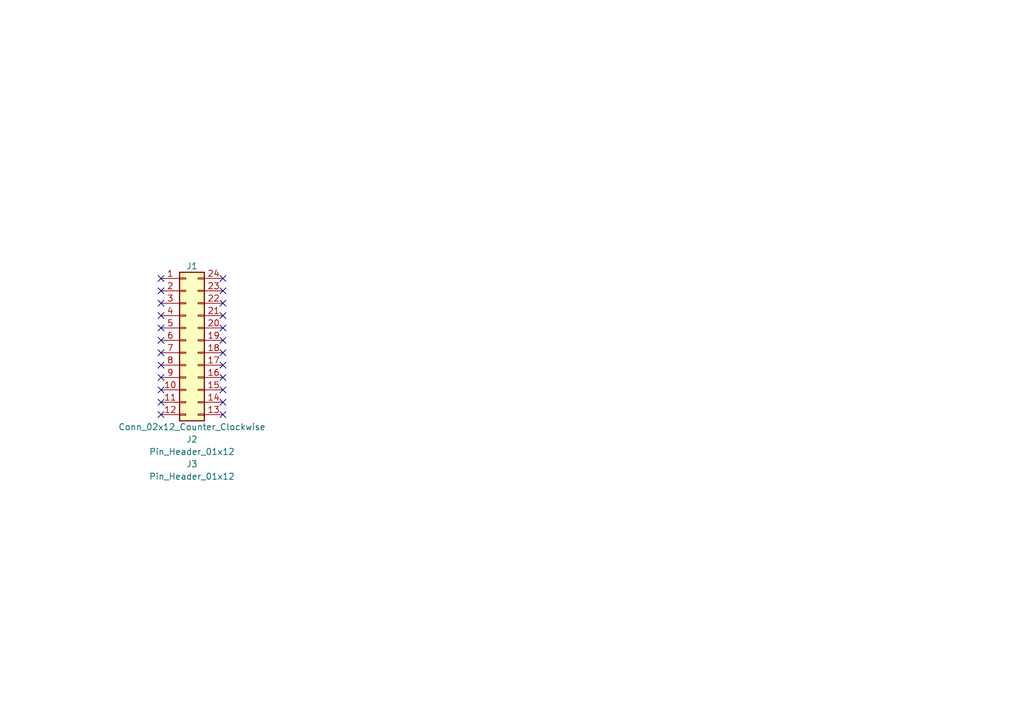
<source format=kicad_sch>
(kicad_sch (version 20250114) (generator "eeschema") (generator_version "9.0")
  (paper "A5")
  (title_block (title "Board 2x12 W15.24mm") (date "2025-09-29") (rev "V0"))
  (lib_symbols
    (symbol "Connector_Generic:Conn_02x12_Counter_Clockwise" (pin_names (offset 1.016) (hide yes))
      (property "Reference" "J" (at 1.27 15.24 0))
      (property "Value" "Conn_02x12_Counter_Clockwise" (at 1.27 -17.78 0))
      (symbol "Conn_02x12_Counter_Clockwise_1_1"
        (rectangle (start -1.27 13.97) (end 3.81 -16.51) (stroke (width 0.254)) (fill (type background)))
        (rectangle (start -1.27 12.827) (end 0 12.573) (stroke (width 0.1524)))
        (rectangle (start -1.27 10.287) (end 0 10.033) (stroke (width 0.1524)))
        (rectangle (start -1.27 7.747) (end 0 7.493) (stroke (width 0.1524)))
        (rectangle (start -1.27 5.207) (end 0 4.953) (stroke (width 0.1524)))
        (rectangle (start -1.27 2.667) (end 0 2.413) (stroke (width 0.1524)))
        (rectangle (start -1.27 0.127) (end 0 -0.127) (stroke (width 0.1524)))
        (rectangle (start -1.27 -2.413) (end 0 -2.667) (stroke (width 0.1524)))
        (rectangle (start -1.27 -4.953) (end 0 -5.207) (stroke (width 0.1524)))
        (rectangle (start -1.27 -7.493) (end 0 -7.747) (stroke (width 0.1524)))
        (rectangle (start -1.27 -10.033) (end 0 -10.287) (stroke (width 0.1524)))
        (rectangle (start -1.27 -12.573) (end 0 -12.827) (stroke (width 0.1524)))
        (rectangle (start -1.27 -15.113) (end 0 -15.367) (stroke (width 0.1524)))
        (rectangle (start 3.81 12.827) (end 2.54 12.573) (stroke (width 0.1524)))
        (rectangle (start 3.81 10.287) (end 2.54 10.033) (stroke (width 0.1524)))
        (rectangle (start 3.81 7.747) (end 2.54 7.493) (stroke (width 0.1524)))
        (rectangle (start 3.81 5.207) (end 2.54 4.953) (stroke (width 0.1524)))
        (rectangle (start 3.81 2.667) (end 2.54 2.413) (stroke (width 0.1524)))
        (rectangle (start 3.81 0.127) (end 2.54 -0.127) (stroke (width 0.1524)))
        (rectangle (start 3.81 -2.413) (end 2.54 -2.667) (stroke (width 0.1524)))
        (rectangle (start 3.81 -4.953) (end 2.54 -5.207) (stroke (width 0.1524)))
        (rectangle (start 3.81 -7.493) (end 2.54 -7.747) (stroke (width 0.1524)))
        (rectangle (start 3.81 -10.033) (end 2.54 -10.287) (stroke (width 0.1524)))
        (rectangle (start 3.81 -12.573) (end 2.54 -12.827) (stroke (width 0.1524)))
        (rectangle (start 3.81 -15.113) (end 2.54 -15.367) (stroke (width 0.1524)))
        (pin passive line (at -5.08 12.7 0) (length 3.81) (name "Pin_1") (number "1"))
        (pin passive line (at -5.08 10.16 0) (length 3.81) (name "Pin_2") (number "2"))
        (pin passive line (at -5.08 7.62 0) (length 3.81) (name "Pin_3") (number "3"))
        (pin passive line (at -5.08 5.08 0) (length 3.81) (name "Pin_4") (number "4"))
        (pin passive line (at -5.08 2.54 0) (length 3.81) (name "Pin_5") (number "5"))
        (pin passive line (at -5.08 0 0) (length 3.81) (name "Pin_6") (number "6"))
        (pin passive line (at -5.08 -2.54 0) (length 3.81) (name "Pin_7") (number "7"))
        (pin passive line (at -5.08 -5.08 0) (length 3.81) (name "Pin_8") (number "8"))
        (pin passive line (at -5.08 -7.62 0) (length 3.81) (name "Pin_9") (number "9"))
        (pin passive line (at -5.08 -10.16 0) (length 3.81) (name "Pin_10") (number "10"))
        (pin passive line (at -5.08 -12.7 0) (length 3.81) (name "Pin_11") (number "11"))
        (pin passive line (at -5.08 -15.24 0) (length 3.81) (name "Pin_12") (number "12"))
        (pin passive line (at 7.62 12.7 180) (length 3.81) (name "Pin_24") (number "24"))
        (pin passive line (at 7.62 10.16 180) (length 3.81) (name "Pin_23") (number "23"))
        (pin passive line (at 7.62 7.62 180) (length 3.81) (name "Pin_22") (number "22"))
        (pin passive line (at 7.62 5.08 180) (length 3.81) (name "Pin_21") (number "21"))
        (pin passive line (at 7.62 2.54 180) (length 3.81) (name "Pin_20") (number "20"))
        (pin passive line (at 7.62 0 180) (length 3.81) (name "Pin_19") (number "19"))
        (pin passive line (at 7.62 -2.54 180) (length 3.81) (name "Pin_18") (number "18"))
        (pin passive line (at 7.62 -5.08 180) (length 3.81) (name "Pin_17") (number "17"))
        (pin passive line (at 7.62 -7.62 180) (length 3.81) (name "Pin_16") (number "16"))
        (pin passive line (at 7.62 -10.16 180) (length 3.81) (name "Pin_15") (number "15"))
        (pin passive line (at 7.62 -12.7 180) (length 3.81) (name "Pin_14") (number "14"))
        (pin passive line (at 7.62 -15.24 180) (length 3.81) (name "Pin_13") (number "13"))
      )
    )
    (symbol "HCP65:Pin_Header_01x16" (pin_names (offset 1.016) (hide yes))
      (property "Reference" "J" (at 0 1.27 0))
      (property "Value" "Pin_Header_01x16" (at 0 -1.27 0))
    )
  )
  (no_connect (at 45.72 72.39))
  (no_connect (at 33.02 82.55))
  (no_connect (at 45.72 57.15))
  (no_connect (at 33.02 64.77))
  (no_connect (at 33.02 72.39))
  (no_connect (at 33.02 74.93))
  (no_connect (at 33.02 62.23))
  (no_connect (at 45.72 74.93))
  (no_connect (at 33.02 80.01))
  (no_connect (at 33.02 67.31))
  (no_connect (at 45.72 69.85))
  (no_connect (at 45.72 62.23))
  (no_connect (at 33.02 57.15))
  (no_connect (at 45.72 80.01))
  (no_connect (at 33.02 77.47))
  (no_connect (at 45.72 82.55))
  (no_connect (at 33.02 85.09))
  (no_connect (at 33.02 69.85))
  (no_connect (at 45.72 67.31))
  (no_connect (at 45.72 85.09))
  (no_connect (at 33.02 59.69))
  (no_connect (at 45.72 77.47))
  (no_connect (at 45.72 64.77))
  (no_connect (at 45.72 59.69))
  (symbol (lib_id "HCP65:Pin_Header_01x16") (at 39.37 91.44 0) (mirror y) (unit 1)
    (property "Reference" "J2" (at 39.37 90.17 0))
    (property "Value" "Pin_Header_01x12" (at 39.37 92.71 0))
    (property "Footprint" "SamacSys_Parts:PinHeader_1x12_P2.54mm_Vertical" (effects (hide yes)))
  )
  (symbol (lib_id "Connector_Generic:Conn_02x12_Counter_Clockwise") (at 38.1 69.85 0) (unit 1)
    (property "Reference" "J1" (at 39.37 54.61 0))
    (property "Value" "Conn_02x12_Counter_Clockwise" (at 39.37 87.63 0))
    (property "Description" "Generic connector, double row, 02x12, counter clockwise pin numbering scheme (similar to DIP package numbering), script generated (kicad-library-utils/schlib/autogen/connector/)" (effects (hide yes)))
  )
  (symbol (lib_id "HCP65:Pin_Header_01x16") (at 39.37 96.52 0) (unit 1)
    (property "Reference" "J3" (at 39.37 95.25 0))
    (property "Value" "Pin_Header_01x12" (at 39.37 97.79 0))
    (property "Footprint" "SamacSys_Parts:PinHeader_1x12_P2.54mm_Vertical" (effects (hide yes)))
  )
)
</source>
